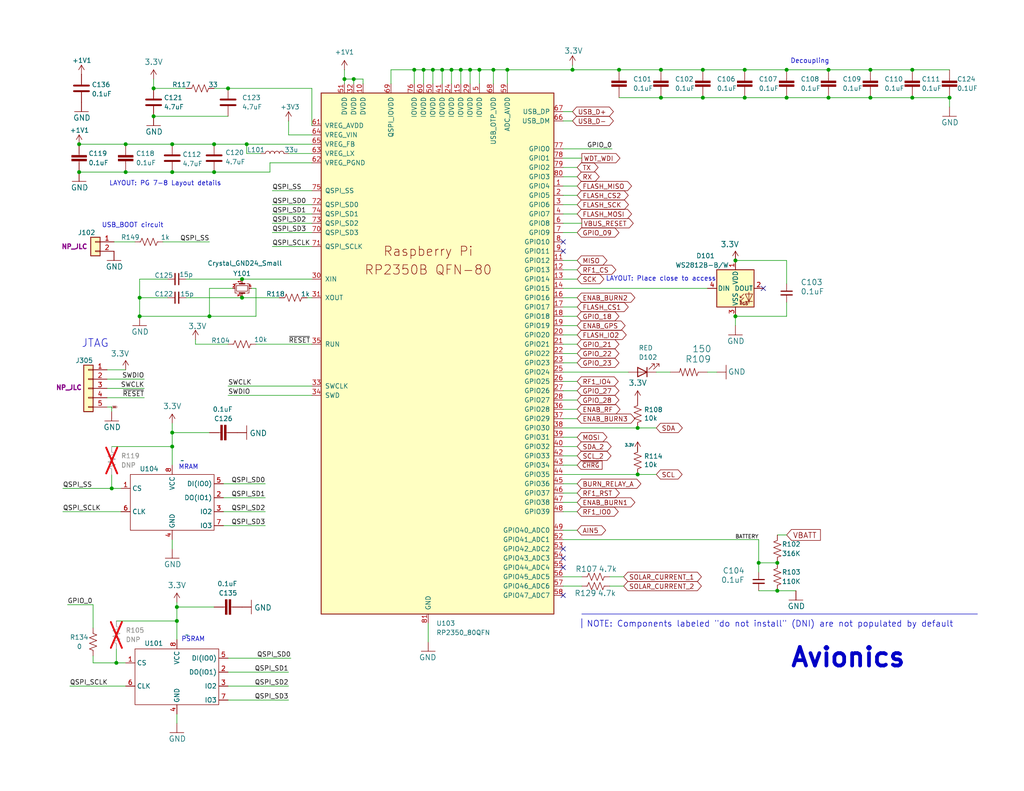
<source format=kicad_sch>
(kicad_sch (version 20231120) (generator "eeschema") (generator_version "8.0")
  (paper "USLetter")
  (title_block (title "Obi Wan Computer") (date "2024-06-07") (rev "1") (company "Luke Titi, Ruchir Kavulli, Michael Lyle") (comment 1 "Derived from PyCubed Mainboard v5"))
  (junction (at 191.77 19.05))
  (junction (at 138.43 19.05))
  (junction (at 128.27 19.05))
  (junction (at 58.42 39.37))
  (junction (at 134.62 19.05))
  (junction (at 226.06 26.67))
  (junction (at 180.34 19.05))
  (junction (at 118.11 19.05))
  (junction (at 173.99 129.54))
  (junction (at 130.81 19.05))
  (junction (at 207.01 153.67))
  (junction (at 237.49 19.05))
  (junction (at 66.04 81.28))
  (junction (at 168.91 19.05))
  (junction (at 203.2 26.67))
  (junction (at 46.99 118.11))
  (junction (at 30.48 133.35))
  (junction (at 46.99 46.99))
  (junction (at 58.42 46.99))
  (junction (at 113.03 19.05))
  (junction (at 38.1 81.28))
  (junction (at 46.99 39.37))
  (junction (at 67.31 39.37))
  (junction (at 96.52 21.59))
  (junction (at 34.29 46.99))
  (junction (at 38.1 86.36))
  (junction (at 191.77 26.67))
  (junction (at 259.08 26.67))
  (junction (at 200.66 71.12))
  (junction (at 173.99 116.84))
  (junction (at 93.98 21.59))
  (junction (at 125.73 19.05))
  (junction (at 21.59 39.37))
  (junction (at 41.91 24.13))
  (junction (at 48.26 169.545))
  (junction (at 120.65 19.05))
  (junction (at 180.34 26.67))
  (junction (at 31.75 180.975))
  (junction (at 115.57 19.05))
  (junction (at 214.63 26.67))
  (junction (at 41.91 31.75))
  (junction (at 212.09 153.67))
  (junction (at 214.63 19.05))
  (junction (at 66.04 76.2))
  (junction (at 226.06 19.05))
  (junction (at 200.66 86.36))
  (junction (at 34.29 39.37))
  (junction (at 248.92 26.67))
  (junction (at 212.09 161.29))
  (junction (at 123.19 19.05))
  (junction (at 21.59 46.99))
  (junction (at 62.23 24.13))
  (junction (at 57.15 86.36))
  (junction (at 203.2 19.05))
  (junction (at 48.26 165.735))
  (junction (at 237.49 26.67))
  (junction (at 46.99 121.92))
  (junction (at 248.92 19.05))
  (junction (at 156.21 19.05))
  (no_connect (at 153.67 154.94))
  (no_connect (at 153.67 162.56))
  (no_connect (at 153.67 66.04))
  (no_connect (at 153.67 152.4))
  (no_connect (at 153.67 149.86))
  (no_connect (at 153.67 68.58))
  (no_connect (at 208.28 78.74))
  (wire (pts (xy 153.67 81.28) (xy 157.48 81.28)))
  (wire (pts (xy 46.99 118.11) (xy 46.99 121.92)))
  (wire (pts (xy 153.67 50.8) (xy 157.48 50.8)))
  (wire (pts (xy 156.21 17.78) (xy 156.21 19.05)))
  (wire (pts (xy 153.67 137.16) (xy 157.48 137.16)))
  (wire (pts (xy 153.67 78.74) (xy 193.04 78.74)))
  (wire (pts (xy 173.99 121.92) (xy 173.99 123.19)))
  (wire (pts (xy 62.23 107.95) (xy 85.09 107.95)))
  (wire (pts (xy 85.09 34.29) (xy 85.09 24.13)))
  (wire (pts (xy 203.2 19.05) (xy 214.63 19.05)))
  (wire (pts (xy 123.19 19.05) (xy 125.73 19.05)))
  (wire (pts (xy 34.29 100.965) (xy 29.21 100.965)))
  (wire (pts (xy 17.145 133.35) (xy 30.48 133.35)))
  (wire (pts (xy 57.15 86.36) (xy 69.85 86.36)))
  (wire (pts (xy 99.06 21.59) (xy 96.52 21.59)))
  (wire (pts (xy 134.62 22.86) (xy 134.62 19.05)))
  (wire (pts (xy 41.91 31.75) (xy 62.23 31.75)))
  (wire (pts (xy 73.66 44.45) (xy 85.09 44.45)))
  (wire (pts (xy 118.11 19.05) (xy 120.65 19.05)))
  (wire (pts (xy 85.09 24.13) (xy 62.23 24.13)))
  (wire (pts (xy 153.67 99.06) (xy 157.48 99.06)))
  (wire (pts (xy 62.23 187.325) (xy 78.74 187.325)))
  (wire (pts (xy 62.23 191.135) (xy 78.74 191.135)))
  (wire (pts (xy 214.63 82.55) (xy 214.63 86.36)))
  (wire (pts (xy 46.99 39.37) (xy 58.42 39.37)))
  (wire (pts (xy 153.67 30.48) (xy 156.21 30.48)))
  (wire (pts (xy 153.67 106.68) (xy 157.48 106.68)))
  (wire (pts (xy 53.34 93.98) (xy 62.23 93.98)))
  (wire (pts (xy 17.145 139.7) (xy 33.02 139.7)))
  (wire (pts (xy 153.67 43.18) (xy 158.75 43.18)))
  (wire (pts (xy 78.74 41.91) (xy 85.09 41.91)))
  (wire (pts (xy 30.48 129.54) (xy 30.48 133.35)))
  (wire (pts (xy 30.48 121.92) (xy 46.99 121.92)))
  (wire (pts (xy 62.23 179.705) (xy 79.375 179.705)))
  (wire (pts (xy 46.99 46.99) (xy 58.42 46.99)))
  (wire (pts (xy 214.63 26.67) (xy 226.06 26.67)))
  (wire (pts (xy 153.67 91.44) (xy 157.48 91.44)))
  (wire (pts (xy 153.67 53.34) (xy 157.48 53.34)))
  (wire (pts (xy 69.85 86.36) (xy 69.85 78.74)))
  (wire (pts (xy 153.67 63.5) (xy 157.48 63.5)))
  (wire (pts (xy 74.295 52.07) (xy 85.09 52.07)))
  (wire (pts (xy 48.26 165.735) (xy 48.26 169.545)))
  (wire (pts (xy 153.67 40.64) (xy 167.005 40.64)))
  (wire (pts (xy 226.06 26.67) (xy 237.49 26.67)))
  (wire (pts (xy 166.37 160.02) (xy 170.18 160.02)))
  (wire (pts (xy 30.48 112.395) (xy 30.48 111.125)))
  (wire (pts (xy 18.415 165.1) (xy 25.4 165.1)))
  (wire (pts (xy 125.73 22.86) (xy 125.73 19.05)))
  (wire (pts (xy 153.67 119.38) (xy 157.48 119.38)))
  (wire (pts (xy 115.57 19.05) (xy 115.57 22.86)))
  (wire (pts (xy 67.31 39.37) (xy 85.09 39.37)))
  (wire (pts (xy 153.67 129.54) (xy 173.99 129.54)))
  (wire (pts (xy 214.63 71.12) (xy 200.66 71.12)))
  (wire (pts (xy 123.19 22.86) (xy 123.19 19.05)))
  (wire (pts (xy 214.63 146.05) (xy 212.09 146.05)))
  (wire (pts (xy 60.96 135.89) (xy 72.39 135.89)))
  (wire (pts (xy 31.75 180.975) (xy 34.29 180.975)))
  (wire (pts (xy 38.1 86.36) (xy 57.15 86.36)))
  (wire (pts (xy 66.04 81.28) (xy 76.2 81.28)))
  (wire (pts (xy 38.1 76.2) (xy 38.1 81.28)))
  (wire (pts (xy 21.59 39.37) (xy 34.29 39.37)))
  (wire (pts (xy 212.09 153.67) (xy 207.01 153.67)))
  (wire (pts (xy 153.67 83.82) (xy 157.48 83.82)))
  (wire (pts (xy 214.63 71.12) (xy 214.63 77.47)))
  (wire (pts (xy 50.8 76.2) (xy 66.04 76.2)))
  (wire (pts (xy 30.48 111.125) (xy 29.21 111.125)))
  (wire (pts (xy 41.91 24.13) (xy 50.8 24.13)))
  (wire (pts (xy 30.48 133.35) (xy 33.02 133.35)))
  (wire (pts (xy 68.58 78.74) (xy 69.85 78.74)))
  (wire (pts (xy 128.27 19.05) (xy 130.81 19.05)))
  (wire (pts (xy 96.52 21.59) (xy 93.98 21.59)))
  (wire (pts (xy 166.37 157.48) (xy 170.18 157.48)))
  (wire (pts (xy 153.67 88.9) (xy 157.48 88.9)))
  (wire (pts (xy 74.295 55.88) (xy 85.09 55.88)))
  (wire (pts (xy 38.1 81.28) (xy 38.1 86.36)))
  (wire (pts (xy 203.2 26.67) (xy 214.63 26.67)))
  (wire (pts (xy 173.99 116.84) (xy 179.07 116.84)))
  (wire (pts (xy 153.67 45.72) (xy 157.48 45.72)))
  (wire (pts (xy 153.67 33.02) (xy 156.21 33.02)))
  (wire (pts (xy 226.06 19.05) (xy 237.49 19.05)))
  (wire (pts (xy 53.34 92.71) (xy 53.34 93.98)))
  (wire (pts (xy 180.34 26.67) (xy 191.77 26.67)))
  (wire (pts (xy 25.4 180.975) (xy 31.75 180.975)))
  (wire (pts (xy 153.67 160.02) (xy 158.75 160.02)))
  (wire (pts (xy 21.59 46.99) (xy 34.29 46.99)))
  (wire (pts (xy 19.05 187.325) (xy 34.29 187.325)))
  (wire (pts (xy 31.75 177.165) (xy 31.75 180.975)))
  (wire (pts (xy 153.67 121.92) (xy 157.48 121.92)))
  (wire (pts (xy 191.77 26.67) (xy 203.2 26.67)))
  (wire (pts (xy 134.62 19.05) (xy 138.43 19.05)))
  (wire (pts (xy 93.98 21.59) (xy 93.98 22.86)))
  (wire (pts (xy 48.26 164.465) (xy 48.26 165.735)))
  (wire (pts (xy 74.295 60.96) (xy 85.09 60.96)))
  (wire (pts (xy 48.26 169.545) (xy 48.26 174.625)))
  (wire (pts (xy 153.67 147.32) (xy 207.01 147.32)))
  (wire (pts (xy 31.75 169.545) (xy 48.26 169.545)))
  (wire (pts (xy 99.06 22.86) (xy 99.06 21.59)))
  (wire (pts (xy 60.96 139.7) (xy 72.39 139.7)))
  (wire (pts (xy 69.85 93.98) (xy 85.09 93.98)))
  (wire (pts (xy 113.03 19.05) (xy 113.03 22.86)))
  (wire (pts (xy 156.21 19.05) (xy 168.91 19.05)))
  (wire (pts (xy 38.1 81.28) (xy 45.72 81.28)))
  (wire (pts (xy 153.67 76.2) (xy 157.48 76.2)))
  (wire (pts (xy 153.67 73.66) (xy 157.48 73.66)))
  (wire (pts (xy 50.8 81.28) (xy 66.04 81.28)))
  (wire (pts (xy 237.49 19.05) (xy 248.92 19.05)))
  (wire (pts (xy 259.08 26.67) (xy 259.08 29.21)))
  (wire (pts (xy 34.29 39.37) (xy 46.99 39.37)))
  (polyline (pts (xy 158.75 171.45) (xy 158.75 168.91)))
  (wire (pts (xy 93.98 19.05) (xy 93.98 21.59)))
  (wire (pts (xy 153.67 134.62) (xy 157.48 134.62)))
  (wire (pts (xy 66.04 76.2) (xy 85.09 76.2)))
  (wire (pts (xy 106.68 19.05) (xy 113.03 19.05)))
  (wire (pts (xy 58.42 39.37) (xy 67.31 39.37)))
  (wire (pts (xy 29.21 108.585) (xy 39.37 108.585)))
  (wire (pts (xy 41.91 21.59) (xy 41.91 24.13)))
  (wire (pts (xy 31.115 66.04) (xy 36.83 66.04)))
  (wire (pts (xy 34.29 46.99) (xy 46.99 46.99)))
  (wire (pts (xy 153.67 157.48) (xy 158.75 157.48)))
  (wire (pts (xy 179.07 101.6) (xy 182.88 101.6)))
  (wire (pts (xy 153.67 144.78) (xy 157.48 144.78)))
  (wire (pts (xy 207.01 156.21) (xy 207.01 153.67)))
  (wire (pts (xy 46.99 115.57) (xy 46.99 118.11)))
  (wire (pts (xy 67.31 41.91) (xy 67.31 39.37)))
  (wire (pts (xy 217.17 161.29) (xy 212.09 161.29)))
  (wire (pts (xy 58.42 24.13) (xy 62.23 24.13)))
  (wire (pts (xy 248.92 26.67) (xy 259.08 26.67)))
  (wire (pts (xy 62.23 105.41) (xy 85.09 105.41)))
  (wire (pts (xy 62.23 183.515) (xy 78.74 183.515)))
  (wire (pts (xy 73.66 44.45) (xy 73.66 46.99)))
  (polyline (pts (xy 158.75 167.64) (xy 266.7 167.64)))
  (wire (pts (xy 46.99 147.32) (xy 46.99 149.86)))
  (wire (pts (xy 168.91 19.05) (xy 180.34 19.05)))
  (wire (pts (xy 48.26 165.735) (xy 58.42 165.735)))
  (wire (pts (xy 153.67 60.96) (xy 158.75 60.96)))
  (wire (pts (xy 130.81 19.05) (xy 134.62 19.05)))
  (wire (pts (xy 173.99 129.54) (xy 179.07 129.54)))
  (wire (pts (xy 153.67 86.36) (xy 157.48 86.36)))
  (wire (pts (xy 73.66 46.99) (xy 58.42 46.99)))
  (wire (pts (xy 168.91 26.67) (xy 180.34 26.67)))
  (wire (pts (xy 74.295 63.5) (xy 85.09 63.5)))
  (wire (pts (xy 125.73 19.05) (xy 128.27 19.05)))
  (wire (pts (xy 44.45 66.04) (xy 57.15 66.04)))
  (wire (pts (xy 118.11 19.05) (xy 118.11 22.86)))
  (wire (pts (xy 60.96 132.08) (xy 72.39 132.08)))
  (wire (pts (xy 191.77 19.05) (xy 203.2 19.05)))
  (wire (pts (xy 153.67 111.76) (xy 157.48 111.76)))
  (wire (pts (xy 57.15 78.74) (xy 57.15 86.36)))
  (wire (pts (xy 153.67 139.7) (xy 157.48 139.7)))
  (wire (pts (xy 153.67 114.3) (xy 157.48 114.3)))
  (wire (pts (xy 193.04 101.6) (xy 195.58 101.6)))
  (wire (pts (xy 46.99 118.11) (xy 57.15 118.11)))
  (wire (pts (xy 25.4 179.07) (xy 25.4 180.975)))
  (wire (pts (xy 153.67 58.42) (xy 157.48 58.42)))
  (wire (pts (xy 207.01 153.67) (xy 207.01 147.32)))
  (wire (pts (xy 207.01 161.29) (xy 212.09 161.29)))
  (wire (pts (xy 128.27 22.86) (xy 128.27 19.05)))
  (wire (pts (xy 74.295 67.31) (xy 85.09 67.31)))
  (wire (pts (xy 248.92 19.05) (xy 259.08 19.05)))
  (wire (pts (xy 113.03 19.05) (xy 115.57 19.05)))
  (wire (pts (xy 153.67 48.26) (xy 157.48 48.26)))
  (wire (pts (xy 153.67 127) (xy 157.48 127)))
  (wire (pts (xy 106.68 22.86) (xy 106.68 19.05)))
  (wire (pts (xy 153.67 71.12) (xy 157.48 71.12)))
  (wire (pts (xy 85.09 81.28) (xy 83.82 81.28)))
  (wire (pts (xy 180.34 19.05) (xy 191.77 19.05)))
  (wire (pts (xy 214.63 86.36) (xy 200.66 86.36)))
  (wire (pts (xy 115.57 19.05) (xy 118.11 19.05)))
  (wire (pts (xy 153.67 104.14) (xy 157.48 104.14)))
  (wire (pts (xy 214.63 19.05) (xy 226.06 19.05)))
  (wire (pts (xy 96.52 21.59) (xy 96.52 22.86)))
  (wire (pts (xy 153.67 96.52) (xy 157.48 96.52)))
  (wire (pts (xy 153.67 109.22) (xy 157.48 109.22)))
  (wire (pts (xy 138.43 19.05) (xy 138.43 22.86)))
  (wire (pts (xy 29.21 106.045) (xy 39.37 106.045)))
  (wire (pts (xy 46.99 121.92) (xy 46.99 127)))
  (wire (pts (xy 153.67 116.84) (xy 173.99 116.84)))
  (wire (pts (xy 60.96 143.51) (xy 72.39 143.51)))
  (wire (pts (xy 116.84 170.18) (xy 116.84 175.26)))
  (wire (pts (xy 153.67 132.08) (xy 157.48 132.08)))
  (wire (pts (xy 237.49 26.67) (xy 248.92 26.67)))
  (wire (pts (xy 48.26 194.945) (xy 48.26 197.485)))
  (wire (pts (xy 74.295 58.42) (xy 85.09 58.42)))
  (wire (pts (xy 200.66 86.36) (xy 200.66 88.9)))
  (wire (pts (xy 57.15 78.74) (xy 63.5 78.74)))
  (wire (pts (xy 153.67 101.6) (xy 171.45 101.6)))
  (wire (pts (xy 25.4 165.1) (xy 25.4 171.45)))
  (wire (pts (xy 120.65 19.05) (xy 120.65 22.86)))
  (wire (pts (xy 130.81 22.86) (xy 130.81 19.05)))
  (wire (pts (xy 78.74 36.83) (xy 78.74 33.02)))
  (wire (pts (xy 138.43 19.05) (xy 156.21 19.05)))
  (wire (pts (xy 38.1 76.2) (xy 45.72 76.2)))
  (wire (pts (xy 153.67 124.46) (xy 157.48 124.46)))
  (wire (pts (xy 71.12 41.91) (xy 67.31 41.91)))
  (wire (pts (xy 153.67 93.98) (xy 157.48 93.98)))
  (wire (pts (xy 29.21 103.505) (xy 39.37 103.505)))
  (wire (pts (xy 85.09 36.83) (xy 78.74 36.83)))
  (wire (pts (xy 153.67 55.88) (xy 157.48 55.88)))
  (wire (pts (xy 120.65 19.05) (xy 123.19 19.05)))
  (text "PSRAM" (at 52.705 174.625 0) (effects (font (size 1.27 1.27))))
  (text "MRAM" (at 51.435 127.635 0) (effects (font (size 1.27 1.27))))
  (text "JTAG" (at 29.718 95.123 0) (effects (font (size 2.159 2.159)) (justify right bottom)))
  (text "NOTE: Components labeled \"do not install\" (DNI) are not populated by default" (at 160.02 171.45 0) (effects (font (size 1.651 1.651)) (justify left bottom)))
  (text "Avionics" (at 215.392 182.626 0) (effects (font (size 5.08 5.08) (thickness 1.016) (bold yes)) (justify left bottom)))
  (text "LAYOUT: PG 7-8 Layout details\n" (at 45.085 50.165 0) (effects (font (size 1.27 1.27))))
  (text "LAYOUT: Place close to access" (at 180.34 76.2 0) (effects (font (size 1.27 1.27))))
  (text "USB_BOOT circuit" (at 36.195 61.595 0) (effects (font (size 1.27 1.27))))
  (text "Decoupling" (at 220.98 16.764 0) (effects (font (size 1.27 1.27))))
  (label "QSPI_SD0" (at 79.375 179.705 180))
  (label "QSPI_SCLK" (at 74.295 67.31 0))
  (label "QSPI_SD1" (at 74.295 58.42 0))
  (label "QSPI_SCLK" (at 19.05 187.325 0))
  (label "SWCLK" (at 39.37 106.045 180))
  (label "QSPI_SCLK" (at 17.145 139.7 0))
  (label "QSPI_SS" (at 17.145 133.35 0))
  (label "QSPI_SD2" (at 78.74 187.325 180))
  (label "QSPI_SD0" (at 72.39 132.08 180))
  (label "QSPI_SS" (at 74.295 52.07 0))
  (label "QSPI_SD2" (at 72.39 139.7 180))
  (label "QSPI_SD3" (at 74.295 63.5 0))
  (label "QSPI_SD3" (at 72.39 143.51 180))
  (label "GPIO_0" (at 18.415 165.1 0))
  (label "BATTERY" (at 207.01 147.32 180) (effects (font (size 1.016 1.016))))
  (label "QSPI_SD2" (at 74.295 60.96 0))
  (label "SWDIO" (at 39.37 103.505 180))
  (label "QSPI_SD1" (at 78.74 183.515 180))
  (label "~{RESET}" (at 78.74 93.98 0))
  (label "GPIO_0" (at 167.005 40.64 180))
  (label "SWCLK" (at 62.23 105.41 0))
  (label "~{RESET}" (at 39.37 108.585 180))
  (label "QSPI_SD3" (at 78.74 191.135 180))
  (label "SWDIO" (at 62.23 107.95 0))
  (label "QSPI_SD0" (at 74.295 55.88 0))
  (label "QSPI_SS" (at 57.15 66.04 180))
  (label "QSPI_SD1" (at 72.39 135.89 180))
  (global_label "RF1_CS" (shape bidirectional) (at 157.48 73.66 0) (property "Intersheetrefs" "${INTERSHEET_REFS}" (effects (hide yes))))
  (global_label "FLASH_CS1" (shape bidirectional) (at 157.48 83.82 0) (property "Intersheetrefs" "${INTERSHEET_REFS}" (effects (hide yes))))
  (global_label "TX" (shape bidirectional) (at 157.48 45.72 0) (property "Intersheetrefs" "${INTERSHEET_REFS}" (effects (hide yes))))
  (global_label "GPIO_21" (shape bidirectional) (at 157.48 93.98 0) (property "Intersheetrefs" "${INTERSHEET_REFS}" (effects (hide yes))))
  (global_label "~{CHRG}" (shape input) (at 157.48 127 0) (effects (font (size 1.143 1.143))) (property "Intersheetrefs" "${INTERSHEET_REFS}" (effects (hide yes))))
  (global_label "FLASH_CS2" (shape bidirectional) (at 157.48 53.34 0) (property "Intersheetrefs" "${INTERSHEET_REFS}" (effects (hide yes))))
  (global_label "RF1_IO4" (shape bidirectional) (at 157.48 104.14 0) (property "Intersheetrefs" "${INTERSHEET_REFS}" (effects (hide yes))))
  (global_label "WDT_WDI" (shape output) (at 158.75 43.18 0) (property "Intersheetrefs" "${INTERSHEET_REFS}" (effects (hide yes))))
  (global_label "AIN5" (shape bidirectional) (at 157.48 144.78 0) (property "Intersheetrefs" "${INTERSHEET_REFS}" (effects (hide yes))))
  (global_label "GPIO_18" (shape bidirectional) (at 157.48 86.36 0) (property "Intersheetrefs" "${INTERSHEET_REFS}" (effects (hide yes))))
  (global_label "RF1_IO0" (shape bidirectional) (at 157.48 139.7 0) (property "Intersheetrefs" "${INTERSHEET_REFS}" (effects (hide yes))))
  (global_label "GND" (shape bidirectional) (at 30.48 111.125 0) (effects (font (size 0.254 0.254))) (property "Intersheetrefs" "${INTERSHEET_REFS}" (effects (hide yes))))
  (global_label "RF1_RST" (shape bidirectional) (at 157.48 134.62 0) (property "Intersheetrefs" "${INTERSHEET_REFS}" (effects (hide yes))))
  (global_label "SCL" (shape bidirectional) (at 179.07 129.54 0) (property "Intersheetrefs" "${INTERSHEET_REFS}" (effects (hide yes))))
  (global_label "VBUS_RESET" (shape output) (at 158.75 60.96 0) (property "Intersheetrefs" "${INTERSHEET_REFS}" (effects (hide yes))))
  (global_label "FLASH_MISO" (shape bidirectional) (at 157.48 50.8 0) (property "Intersheetrefs" "${INTERSHEET_REFS}" (effects (hide yes))))
  (global_label "ENAB_BURN1" (shape bidirectional) (at 157.48 137.16 0) (property "Intersheetrefs" "${INTERSHEET_REFS}" (effects (hide yes))))
  (global_label "SCK" (shape bidirectional) (at 157.48 76.2 0) (property "Intersheetrefs" "${INTERSHEET_REFS}" (effects (hide yes))))
  (global_label "GPIO_27" (shape bidirectional) (at 157.48 106.68 0) (property "Intersheetrefs" "${INTERSHEET_REFS}" (effects (hide yes))))
  (global_label "GPIO_28" (shape bidirectional) (at 157.48 109.22 0) (property "Intersheetrefs" "${INTERSHEET_REFS}" (effects (hide yes))))
  (global_label "FLASH_MOSI" (shape bidirectional) (at 157.48 58.42 0) (property "Intersheetrefs" "${INTERSHEET_REFS}" (effects (hide yes))))
  (global_label "SOLAR_CURRENT_2" (shape bidirectional) (at 170.18 160.02 0) (property "Intersheetrefs" "${INTERSHEET_REFS}" (effects (hide yes))))
  (global_label "SDA" (shape bidirectional) (at 179.07 116.84 0) (property "Intersheetrefs" "${INTERSHEET_REFS}" (effects (hide yes))))
  (global_label "GPIO_09" (shape bidirectional) (at 157.48 63.5 0) (property "Intersheetrefs" "${INTERSHEET_REFS}" (effects (hide yes))))
  (global_label "SCL_2" (shape bidirectional) (at 157.48 124.46 0) (property "Intersheetrefs" "${INTERSHEET_REFS}" (effects (hide yes))))
  (global_label "USB_D+" (shape bidirectional) (at 156.21 30.48 0) (property "Intersheetrefs" "${INTERSHEET_REFS}" (effects (hide yes))))
  (global_label "RX" (shape bidirectional) (at 157.48 48.26 0) (property "Intersheetrefs" "${INTERSHEET_REFS}" (effects (hide yes))))
  (global_label "SOLAR_CURRENT_1" (shape bidirectional) (at 170.18 157.48 0) (property "Intersheetrefs" "${INTERSHEET_REFS}" (effects (hide yes))))
  (global_label "FLASH_IO2" (shape bidirectional) (at 157.48 91.44 0) (property "Intersheetrefs" "${INTERSHEET_REFS}" (effects (hide yes))))
  (global_label "BURN_RELAY_A" (shape bidirectional) (at 157.48 132.08 0) (property "Intersheetrefs" "${INTERSHEET_REFS}" (effects (hide yes))))
  (global_label "MISO" (shape bidirectional) (at 157.48 71.12 0) (property "Intersheetrefs" "${INTERSHEET_REFS}" (effects (hide yes))))
  (global_label "MOSI" (shape bidirectional) (at 157.48 119.38 0) (property "Intersheetrefs" "${INTERSHEET_REFS}" (effects (hide yes))))
  (global_label "GPIO_22" (shape bidirectional) (at 157.48 96.52 0) (property "Intersheetrefs" "${INTERSHEET_REFS}" (effects (hide yes))))
  (global_label "SDA_2" (shape bidirectional) (at 157.48 121.92 0) (property "Intersheetrefs" "${INTERSHEET_REFS}" (effects (hide yes))))
  (global_label "ENAB_RF" (shape bidirectional) (at 157.48 111.76 0) (property "Intersheetrefs" "${INTERSHEET_REFS}" (effects (hide yes))))
  (global_label "ENAB_BURN2" (shape bidirectional) (at 157.48 81.28 0) (property "Intersheetrefs" "${INTERSHEET_REFS}" (effects (hide yes))))
  (global_label "VBATT" (shape input) (at 214.63 146.05 0) (effects (font (size 1.4986 1.4986))) (property "Intersheetrefs" "${INTERSHEET_REFS}" (effects (hide yes))))
  (global_label "USB_D-" (shape bidirectional) (at 156.21 33.02 0) (property "Intersheetrefs" "${INTERSHEET_REFS}" (effects (hide yes))))
  (global_label "FLASH_SCK" (shape bidirectional) (at 157.48 55.88 0) (property "Intersheetrefs" "${INTERSHEET_REFS}" (effects (hide yes))))
  (global_label "GPIO_23" (shape bidirectional) (at 157.48 99.06 0) (property "Intersheetrefs" "${INTERSHEET_REFS}" (effects (hide yes))))
  (global_label "ENAB_BURN3" (shape bidirectional) (at 157.48 114.3 0) (property "Intersheetrefs" "${INTERSHEET_REFS}" (effects (hide yes))))
  (global_label "ENAB_GPS" (shape bidirectional) (at 157.48 88.9 0) (property "Intersheetrefs" "${INTERSHEET_REFS}" (effects (hide yes))))
  (symbol (lib_id "Device:R_US") (at 212.09 149.86 0) (mirror y) (unit 1)
    (property "Reference" "R102" (at 215.9 148.59 0))
    (property "Value" "316K" (at 215.9 151.13 0))
    (property "Footprint" "Resistor_SMD:R_0603_1608Metric" (effects (hide yes)))
    (property "Description" "316K 0603" (effects (hide yes)))
    (property "LCSC" "C25814" (effects (hide yes)))
  )
  (symbol (lib_id "Device:R_US") (at 212.09 157.48 0) (mirror x) (unit 1)
    (property "Reference" "R103" (at 215.9 156.21 0))
    (property "Value" "110K" (at 215.9 158.75 0))
    (property "Footprint" "Resistor_SMD:R_0603_1608Metric" (effects (hide yes)))
    (property "Description" "110K 0603" (effects (hide yes)))
    (property "LCSC" "C137807" (effects (hide yes)))
    (property "Manufacturer_Name" " YAGEO" (effects (hide yes)))
    (property "Manufacturer_Part_Number" " RC0603FR-07110KL" (effects (hide yes)))
  )
  (symbol (lib_id "mainboard:GND") (at 200.66 91.44 0) (mirror y) (unit 1)
    (property "Reference" "#GND0103" (effects (hide yes)))
    (property "Value" "GND" (at 203.2 93.98 0) (effects (font (size 1.4986 1.4986)) (justify left bottom)))
  )
  (symbol (lib_id "mainboard:C_Small") (at 207.01 158.75 0) (unit 1)
    (property "Reference" "C104" (at 203.2 154.94 0) (effects (font (size 1.4986 1.4986)) (justify right top)))
    (property "Value" "0.1uF" (at 203.2 157.48 0) (effects (font (size 1.4986 1.4986)) (justify right top)))
    (property "Footprint" "Capacitor_SMD:C_0603_1608Metric" (effects (hide yes)))
    (property "Description" "50V 100nF X7R ±10% 0603" (effects (hide yes)))
    (property "LCSC" "C1591" (effects (hide yes)))
    (property "Manufacturer_Name" " Samsung Electro-Mechanics" (effects (hide yes)))
    (property "Manufacturer_Part_Number" " CL10B104KB8NNNC" (effects (hide yes)))
  )
  (symbol (lib_id "Device:R_US") (at 173.99 113.03 0) (mirror y) (unit 1)
    (property "Reference" "R108" (at 175.7172 111.8616 0) (effects (justify right)))
    (property "Value" "10k" (at 175.7172 114.173 0) (effects (justify right)))
    (property "Footprint" "Resistor_SMD:R_0603_1608Metric" (effects (hide yes)))
    (property "Description" "10k 0603" (effects (hide yes)))
    (property "LCSC" "C169849" (effects (hide yes)))
    (property "Manufacturer_Name" "PANASONIC" (effects (hide yes)))
    (property "Manufacturer_Part_Number" "ERJ3GEYJ103V" (effects (hide yes)))
  )
  (symbol (lib_id "Device:R_US") (at 173.99 125.73 0) (mirror y) (unit 1)
    (property "Reference" "R114" (at 175.7172 124.5616 0) (effects (justify right)))
    (property "Value" "10k" (at 175.7172 126.873 0) (effects (justify right)))
    (property "Footprint" "Resistor_SMD:R_0603_1608Metric" (effects (hide yes)))
    (property "Description" "10k 0603" (effects (hide yes)))
    (property "LCSC" "C169849" (effects (hide yes)))
    (property "Manufacturer_Name" "PANASONIC" (effects (hide yes)))
    (property "Manufacturer_Part_Number" "ERJ3GEYJ103V" (effects (hide yes)))
  )
  (symbol (lib_id "LED:WS2812B") (at 200.66 78.74 0) (unit 1)
    (property "Reference" "D101" (at 195.072 69.85 0) (effects (justify right)))
    (property "Value" "WS2812B-B/W" (at 198.882 72.39 0) (effects (justify right)))
    (property "Footprint" "LED_SMD:LED_WS2812B_PLCC4_5.0x5.0mm_P3.2mm" (effects (hide yes)))
    (property "Datasheet" "https://cdn-shop.adafruit.com/datasheets/WS2812B.pdf" (effects (hide yes)))
    (property "Description" "12mA RGB 120° 5V SMD5050" (effects (hide yes)))
    (property "Flight" "WS2812B-B" (effects (hide yes)))
    (property "Manufacturer_Name" "Worldsemi" (effects (hide yes)))
    (property "Manufacturer_Part_Number" " WS2812B-B/W" (effects (hide yes)))
    (property "Proto" "WS2812B-B" (effects (hide yes)))
    (property "LCSC" "C114586" (effects (hide yes)))
  )
  (symbol (lib_id "mainboard:3.3V") (at 200.66 71.12 0) (mirror y) (unit 1)
    (property "Reference" "#SUPPLY0101" (effects (hide yes)))
    (property "Value" "3.3V" (at 201.676 67.564 0) (effects (font (size 1.4986 1.4986)) (justify left bottom)))
  )
  (symbol (lib_id "mainboard:3.3V") (at 173.99 109.22 0) (unit 1)
    (property "Reference" "#SUPPLY0106" (effects (hide yes)))
    (property "Value" "3.3V" (at 171.45 105.41 0) (effects (font (size 1.4986 1.4986)) (justify left bottom)))
  )
  (symbol (lib_id "mainboard:C_Small") (at 214.63 80.01 0) (mirror y) (unit 1)
    (property "Reference" "C103" (at 218.44 76.2 0) (effects (font (size 1.4986 1.4986)) (justify right top)))
    (property "Value" "0.1uF" (at 218.44 78.74 0) (effects (font (size 1.4986 1.4986)) (justify right top)))
    (property "Footprint" "Capacitor_SMD:C_0603_1608Metric" (effects (hide yes)))
    (property "Description" "50V 100nF X7R ±10% 0603" (effects (hide yes)))
    (property "LCSC" "C1591" (effects (hide yes)))
    (property "Manufacturer_Name" " Samsung Electro-Mechanics" (effects (hide yes)))
    (property "Manufacturer_Part_Number" " CL10B104KB8NNNC" (effects (hide yes)))
  )
  (symbol (lib_id "mainboard:3.3V") (at 173.99 123.19 0) (unit 1)
    (property "Reference" "#SUPPLY0107" (effects (hide yes)))
    (property "Value" "3.3V" (at 170.434 121.92 0) (effects (font (size 0.762 0.762)) (justify left bottom)))
  )
  (symbol (lib_id "Device:R_US") (at 162.56 157.48 270) (unit 1)
    (property "Reference" "R107" (at 156.972 156.21 90) (effects (font (size 1.4986 1.4986)) (justify left bottom)))
    (property "Value" "4.7k" (at 163.322 156.21 90) (effects (font (size 1.4986 1.4986)) (justify left bottom)))
    (property "Footprint" "Resistor_SMD:R_0603_1608Metric" (effects (hide yes)))
    (property "Description" "Resistor, US symbol" (effects (hide yes)))
    (property "LCSC" "C23162" (effects (hide yes)))
    (property "Manufacturer_Name" " UNI-ROYAL(Uniroyal Elec)" (effects (hide yes)))
    (property "Manufacturer_Part_Number" " 0603WAF4701T5E" (effects (hide yes)))
  )
  (symbol (lib_id "Device:C") (at 41.91 27.94 0) (unit 1)
    (property "Reference" "C121" (at 44.704 26.67 0) (effects (justify left)))
    (property "Value" "4.7uF" (at 44.704 29.21 0) (effects (justify left)))
    (property "Footprint" "Capacitor_SMD:C_0603_1608Metric" (effects (hide yes)))
    (property "Description" "Unpolarized capacitor" (effects (hide yes)))
    (property "LCSC" "C1705" (effects (hide yes)))
  )
  (symbol (lib_id "Device:C") (at 58.42 43.18 0) (unit 1)
    (property "Reference" "C120" (at 61.468 41.656 0) (effects (justify left)))
    (property "Value" "4.7uF" (at 61.468 44.196 0) (effects (justify left)))
    (property "Footprint" "Capacitor_SMD:C_0603_1608Metric" (effects (hide yes)))
    (property "Description" "Unpolarized capacitor" (effects (hide yes)))
    (property "LCSC" "C1705" (effects (hide yes)))
  )
  (symbol (lib_id "power:+3V3") (at 78.74 33.02 0) (unit 1)
    (property "Reference" "#PWR0102" (effects (hide yes)))
    (property "Value" "+3V3" (at 76.454 29.21 0) (effects (justify left)))
    (property "Description" "Power symbol creates a global label with name \"+3V3\"" (effects (hide yes)))
  )
  (symbol (lib_id "mainboard:GND") (at 41.91 34.29 0) (mirror y) (unit 1)
    (property "Reference" "#GND0134" (effects (hide yes)))
    (property "Value" "GND" (at 44.45 36.83 0) (effects (font (size 1.4986 1.4986)) (justify left bottom)))
  )
  (symbol (lib_id "mram_wson:MRAM_WSON") (at 64.77 146.05 0) (unit 1)
    (property "Reference" "U104" (at 38.1 128.016 0) (effects (justify left)))
    (property "Value" "~" (at 49.1841 125.73 0) (effects (justify left)))
    (property "Footprint" "Package_SON:WSON-8-1EP_6x5mm_P1.27mm_EP3.4x4mm" (effects (hide yes)))
  )
  (symbol (lib_id "Device:R_US") (at 66.04 93.98 90) (unit 1)
    (property "Reference" "R104" (at 60.198 92.964 90))
    (property "Value" "10k" (at 71.12 92.71 90))
    (property "Footprint" "Resistor_SMD:R_0603_1608Metric" (effects (hide yes)))
    (property "Description" "10k 0603" (effects (hide yes)))
    (property "LCSC" "C169849" (effects (hide yes)))
    (property "Manufacturer_Name" "PANASONIC" (effects (hide yes)))
    (property "Manufacturer_Part_Number" "ERJ3GEYJ103V" (effects (hide yes)))
  )
  (symbol (lib_id "Device:R_US") (at 25.4 175.26 0) (unit 1)
    (property "Reference" "R134" (at 19.05 173.99 0) (effects (justify left)))
    (property "Value" "0" (at 20.955 176.53 0) (effects (justify left)))
    (property "Footprint" "Resistor_SMD:R_0603_1608Metric" (effects (hide yes)))
    (property "Description" "Resistor, US symbol" (effects (hide yes)))
    (property "LCSC" "C100044" (effects (hide yes)))
  )
  (symbol (lib_id "mainboard:GND") (at 67.31 118.11 90) (mirror x) (unit 1)
    (property "Reference" "#GND0139" (effects (hide yes)))
    (property "Value" "GND" (at 72.898 119.126 90) (effects (font (size 1.4986 1.4986)) (justify left bottom)))
  )
  (symbol (lib_id "mainboard:0.1UF-0603-25V-5%") (at 21.59 44.45 0) (unit 1)
    (property "Reference" "C119" (at 24.13 41.91 0) (effects (justify left)))
    (property "Value" "0.1uF" (at 24.13 44.45 0) (effects (justify left)))
    (property "Footprint" "Capacitor_SMD:C_0603_1608Metric" (effects (hide yes)))
    (property "LCSC" "C1591" (effects (hide yes)))
  )
  (symbol (lib_id "mainboard:0.1UF-0603-25V-5%") (at 62.23 118.11 90) (unit 1)
    (property "Reference" "C126" (at 63.5 114.3 90) (effects (justify left)))
    (property "Value" "0.1uF" (at 63.5 111.76 90) (effects (justify left)))
    (property "Footprint" "Capacitor_SMD:C_0603_1608Metric" (effects (hide yes)))
    (property "LCSC" "C1591" (effects (hide yes)))
  )
  (symbol (lib_id "mainboard:3.3V") (at 46.99 115.57 0) (unit 1)
    (property "Reference" "#SUPPLY0113" (effects (hide yes)))
    (property "Value" "3.3V" (at 44.45 111.76 0) (effects (font (size 1.4986 1.4986)) (justify left bottom)))
  )
  (symbol (lib_id "mainboard:0.1UF-0603-25V-5%") (at 191.77 24.13 0) (unit 1)
    (property "Reference" "C106" (at 195.58 21.5899 0) (effects (justify left)))
    (property "Value" "0.1uF" (at 195.58 24.1299 0) (effects (justify left)))
    (property "Footprint" "Capacitor_SMD:C_0603_1608Metric" (effects (hide yes)))
    (property "LCSC" "C1591" (effects (hide yes)))
  )
  (symbol (lib_id "mainboard:0.1UF-0603-25V-5%") (at 214.63 24.13 0) (unit 1)
    (property "Reference" "C108" (at 218.44 21.5899 0) (effects (justify left)))
    (property "Value" "0.1uF" (at 218.44 24.1299 0) (effects (justify left)))
    (property "Footprint" "Capacitor_SMD:C_0603_1608Metric" (effects (hide yes)))
    (property "LCSC" "C1591" (effects (hide yes)))
  )
  (symbol (lib_id "mainboard:0.1UF-0603-25V-5%") (at 63.5 165.735 90) (unit 1)
    (property "Reference" "C135" (at 64.77 161.925 90) (effects (justify left)))
    (property "Value" "0.1uF" (at 64.77 159.385 90) (effects (justify left)))
    (property "Footprint" "Capacitor_SMD:C_0603_1608Metric" (effects (hide yes)))
    (property "LCSC" "C1591" (effects (hide yes)))
  )
  (symbol (lib_id "Device:LED") (at 175.26 101.6 180) (unit 1)
    (property "Reference" "D102" (at 174.244 97.536 0) (effects (justify right)))
    (property "Value" "RED" (at 174.244 94.996 0) (effects (justify right)))
    (property "Footprint" "LED_SMD:LED_0805_2012Metric" (effects (hide yes)))
    (property "Description" "RED 0805" (effects (hide yes)))
    (property "LCSC" "C142306" (effects (hide yes)))
    (property "Manufacturer_Name" "Everlight Elec" (effects (hide yes)))
    (property "Manufacturer_Part_Number" " 17-215SURC/S530-A2/TR8" (effects (hide yes)))
  )
  (symbol (lib_id "power:+1V1") (at 21.59 39.37 0) (unit 1)
    (property "Reference" "#PWR0106" (effects (hide yes)))
    (property "Value" "+1V1" (at 19.05 35.56 0) (effects (justify left)))
    (property "Description" "Power symbol creates a global label with name \"+1V1\"" (effects (hide yes)))
  )
  (symbol (lib_id "Device:L") (at 74.93 41.91 90) (unit 1)
    (property "Reference" "L101" (at 69.85 40.894 90))
    (property "Value" "33u" (at 79.502 40.894 90))
    (property "Footprint" "Inductor_SMD:L_0603_1608Metric" (effects (hide yes)))
    (property "Description" "Inductor" (effects (hide yes)))
  )
  (symbol (lib_id "Connector_Generic:Conn_01x02") (at 26.035 66.04 0) (mirror y) (unit 1)
    (property "Reference" "J102" (at 26.035 63.5 0) (effects (justify left)))
    (property "Value" "Conn_01x05" (effects (hide yes)))
    (property "Footprint" "Connector_PinHeader_2.00mm:PinHeader_1x02_P2.00mm_Vertical" (effects (hide yes)))
    (property "Description" "Generic connector, single row, 01x02, script generated (kicad-library-utils/schlib/autogen/connector/)" (effects (hide yes)))
    (property "DNI" "NP_JLC" (at 20.32 67.31 0) (effects (font (bold yes))))
  )
  (symbol (lib_id "mainboard:GND") (at 116.84 177.8 0) (unit 1)
    (property "Reference" "#GND0113" (effects (hide yes)))
    (property "Value" "GND" (at 114.3 180.34 0) (effects (font (size 1.4986 1.4986)) (justify left bottom)))
  )
  (symbol (lib_id "mainboard:0.1UF-0603-25V-5%") (at 168.91 24.13 0) (unit 1)
    (property "Reference" "C101" (at 172.72 21.5899 0) (effects (justify left)))
    (property "Value" "0.1uF" (at 172.72 24.1299 0) (effects (justify left)))
    (property "Footprint" "Capacitor_SMD:C_0603_1608Metric" (effects (hide yes)))
    (property "LCSC" "C1591" (effects (hide yes)))
  )
  (symbol (lib_id "mainboard:3.3V") (at 48.26 164.465 0) (unit 1)
    (property "Reference" "#SUPPLY0104" (effects (hide yes)))
    (property "Value" "3.3V" (at 45.72 160.655 0) (effects (font (size 1.4986 1.4986)) (justify left bottom)))
  )
  (symbol (lib_id "mainboard:GND") (at 198.12 101.6 90) (mirror x) (unit 1)
    (property "Reference" "#GND0138" (effects (hide yes)))
    (property "Value" "GND" (at 203.454 102.362 90) (effects (font (size 1.4986 1.4986)) (justify left bottom)))
  )
  (symbol (lib_id "Device:R_US") (at 54.61 24.13 90) (unit 1)
    (property "Reference" "R117" (at 49.53 23.114 90))
    (property "Value" "33" (at 58.166 23.114 90))
    (property "Footprint" "Resistor_SMD:R_0603_1608Metric" (effects (hide yes)))
    (property "Description" "Resistor, US symbol" (effects (hide yes)))
    (property "LCSC" "C108661" (effects (hide yes)))
  )
  (symbol (lib_id "mainboard:0.1UF-0603-25V-5%") (at 237.49 24.13 0) (unit 1)
    (property "Reference" "C110" (at 241.3 21.5899 0) (effects (justify left)))
    (property "Value" "0.1uF" (at 241.3 24.1299 0) (effects (justify left)))
    (property "Footprint" "Capacitor_SMD:C_0603_1608Metric" (effects (hide yes)))
    (property "LCSC" "C1591" (effects (hide yes)))
  )
  (symbol (lib_id "Device:C") (at 22.225 24.13 0) (unit 1)
    (property "Reference" "C136" (at 25.019 23.114 0) (effects (justify left)))
    (property "Value" "0.1uF" (at 25.019 25.654 0) (effects (justify left)))
    (property "Footprint" "Capacitor_SMD:C_0603_1608Metric" (effects (hide yes)))
    (property "Description" "Unpolarized capacitor" (effects (hide yes)))
    (property "LCSC" "C1591" (effects (hide yes)))
  )
  (symbol (lib_id "mainboard:3.3V") (at 53.34 92.71 0) (unit 1)
    (property "Reference" "#SUPPLY0103" (effects (hide yes)))
    (property "Value" "3.3V" (at 51.308 89.916 0) (effects (font (size 1.4986 1.4986)) (justify left bottom)))
  )
  (symbol (lib_id "mainboard:GND") (at 217.17 163.83 0) (mirror y) (unit 1)
    (property "Reference" "#GND0108" (effects (hide yes)))
    (property "Value" "GND" (at 219.71 166.37 0) (effects (font (size 1.4986 1.4986)) (justify left bottom)))
  )
  (symbol (lib_id "mainboard:GND") (at 68.58 165.735 90) (mirror x) (unit 1)
    (property "Reference" "#GND0105" (effects (hide yes)))
    (property "Value" "GND" (at 74.168 166.751 90) (effects (font (size 1.4986 1.4986)) (justify left bottom)))
  )
  (symbol (lib_id "mainboard:0.1UF-0603-25V-5%") (at 226.06 24.13 0) (unit 1)
    (property "Reference" "C109" (at 229.87 21.5899 0) (effects (justify left)))
    (property "Value" "0.1uF" (at 229.87 24.1299 0) (effects (justify left)))
    (property "Footprint" "Capacitor_SMD:C_0603_1608Metric" (effects (hide yes)))
    (property "LCSC" "C1591" (effects (hide yes)))
  )
  (symbol (lib_id "mainboard:GND") (at 30.48 114.935 0) (mirror y) (unit 1)
    (property "Reference" "#GND0133" (effects (hide yes)))
    (property "Value" "GND" (at 33.02 117.475 0) (effects (font (size 1.4986 1.4986)) (justify left bottom)))
  )
  (symbol (lib_id "mainboard:0.1UF-0603-25V-5%") (at 248.92 24.13 0) (unit 1)
    (property "Reference" "C111" (at 251.46 21.59 0) (effects (justify left)))
    (property "Value" "0.1uF" (at 251.46 24.13 0) (effects (justify left)))
    (property "Footprint" "Capacitor_SMD:C_0603_1608Metric" (effects (hide yes)))
    (property "LCSC" "C1591" (effects (hide yes)))
  )
  (symbol (lib_id "mainboard:GND") (at 46.99 152.4 0) (mirror y) (unit 1)
    (property "Reference" "#GND0102" (effects (hide yes)))
    (property "Value" "GND" (at 49.53 154.94 0) (effects (font (size 1.4986 1.4986)) (justify left bottom)))
  )
  (symbol (lib_id "mainboard:GND") (at 21.59 49.53 0) (mirror y) (unit 1)
    (property "Reference" "#GND0140" (effects (hide yes)))
    (property "Value" "GND" (at 24.13 52.07 0) (effects (font (size 1.4986 1.4986)) (justify left bottom)))
  )
  (symbol (lib_id "mainboard:GND") (at 31.115 71.12 0) (mirror y) (unit 1)
    (property "Reference" "#GND0136" (effects (hide yes)))
    (property "Value" "GND" (at 33.655 73.66 0) (effects (font (size 1.4986 1.4986)) (justify left bottom)))
  )
  (symbol (lib_id "Connector_Generic:Conn_01x05") (at 24.13 106.045 0) (mirror y) (unit 1)
    (property "Reference" "J305" (at 25.4 98.425 0) (effects (justify left)))
    (property "Value" "Conn_01x05" (effects (hide yes)))
    (property "Footprint" "Connector_PinHeader_2.54mm:PinHeader_1x05_P2.54mm_Vertical" (effects (hide yes)))
    (property "Description" "Vertical Header - 0.1in (2.54mm)" (effects (hide yes)))
    (property "DNI" "NP_JLC" (at 18.796 105.791 0) (effects (font (bold yes))))
  )
  (symbol (lib_id "Device:C_Small") (at 48.26 76.2 270) (unit 1)
    (property "Reference" "C125" (at 44.704 75.184 90))
    (property "Value" "15p" (at 50.8 74.93 90))
    (property "Footprint" "Capacitor_SMD:C_0603_1608Metric" (effects (hide yes)))
    (property "Description" "Unpolarized capacitor, small symbol" (effects (hide yes)))
    (property "LCSC" "C107037" (effects (hide yes)))
  )
  (symbol (lib_id "Device:C_Small") (at 48.26 81.28 90) (unit 1)
    (property "Reference" "C122" (at 44.704 80.264 90))
    (property "Value" "15p" (at 51.054 80.264 90))
    (property "Footprint" "Capacitor_SMD:C_0603_1608Metric" (effects (hide yes)))
    (property "Description" "Unpolarized capacitor, small symbol" (effects (hide yes)))
    (property "LCSC" "C107037" (effects (hide yes)))
  )
  (symbol (lib_id "mainboard:GND") (at 259.08 31.75 0) (mirror y) (unit 1)
    (property "Reference" "#GND0132" (effects (hide yes)))
    (property "Value" "GND" (at 261.62 34.29 0) (effects (font (size 1.4986 1.4986)) (justify left bottom)))
  )
  (symbol (lib_id "Device:Crystal_GND24_Small") (at 66.04 78.74 270) (unit 1)
    (property "Reference" "Y101" (at 66.04 74.676 90))
    (property "Value" "Crystal_GND24_Small" (at 66.802 71.882 90))
    (property "Footprint" "Crystal:Crystal_SMD_3225-4Pin_3.2x2.5mm" (effects (hide yes)))
    (property "Description" "Four pin crystal, GND on pins 2 and 4, small symbol" (effects (hide yes)))
    (property "LCSC" "C20625731" (effects (hide yes)))
  )
  (symbol (lib_id "mainboard:RESISTOR0603") (at 187.96 101.6 180) (unit 1)
    (property "Reference" "R109" (at 190.5 98.044 0) (effects (font (size 1.778 1.778))))
    (property "Value" "150" (at 191.516 95.25 0) (effects (font (size 1.778 1.778))))
    (property "Footprint" "Resistor_SMD:R_0603_1608Metric" (effects (hide yes)))
    (property "Description" "150 0603" (effects (hide yes)))
    (property "LCSC" "C336847" (effects (hide yes)))
    (property "Manufacturer_Name" "PANASONIC" (effects (hide yes)))
    (property "Manufacturer_Part_Number" "ERJ3RBD1500V" (effects (hide yes)))
  )
  (symbol (lib_id "Device:R_US") (at 30.48 125.73 0) (unit 1) (dnp yes)
    (property "Reference" "R119" (at 33.02 124.4599 0) (effects (justify left)))
    (property "Value" "DNP" (at 33.02 126.9999 0) (effects (justify left)))
    (property "Footprint" "Resistor_SMD:R_0603_1608Metric" (effects (hide yes)))
    (property "Description" "Resistor, US symbol" (effects (hide yes)))
  )
  (symbol (lib_id "mainboard:GND") (at 22.225 30.48 0) (mirror y) (unit 1)
    (property "Reference" "#GND0106" (effects (hide yes)))
    (property "Value" "GND" (at 24.765 33.02 0) (effects (font (size 1.4986 1.4986)) (justify left bottom)))
  )
  (symbol (lib_id "mainboard:0.1UF-0603-25V-5%") (at 203.2 24.13 0) (unit 1)
    (property "Reference" "C107" (at 207.01 21.5899 0) (effects (justify left)))
    (property "Value" "0.1uF" (at 207.01 24.1299 0) (effects (justify left)))
    (property "Footprint" "Capacitor_SMD:C_0603_1608Metric" (effects (hide yes)))
    (property "LCSC" "C1591" (effects (hide yes)))
  )
  (symbol (lib_id "Device:R_US") (at 31.75 173.355 0) (unit 1) (dnp yes)
    (property "Reference" "R105" (at 34.29 172.0849 0) (effects (justify left)))
    (property "Value" "DNP" (at 34.29 174.6249 0) (effects (justify left)))
    (property "Footprint" "Resistor_SMD:R_0603_1608Metric" (effects (hide yes)))
    (property "Description" "Resistor, US symbol" (effects (hide yes)))
  )
  (symbol (lib_id "mainboard:3.3V") (at 156.21 17.78 0) (unit 1)
    (property "Reference" "#SUPPLY0114" (effects (hide yes)))
    (property "Value" "3.3V" (at 153.924 14.732 0) (effects (font (size 1.4986 1.4986)) (justify left bottom)))
  )
  (symbol (lib_id "mainboard:3.3V") (at 41.91 21.59 0) (unit 1)
    (property "Reference" "#SUPPLY0115" (effects (hide yes)))
    (property "Value" "3.3V" (at 39.37 17.78 0) (effects (font (size 1.4986 1.4986)) (justify left bottom)))
  )
  (symbol (lib_id "Device:R_US") (at 162.56 160.02 270) (unit 1)
    (property "Reference" "R129" (at 156.718 162.814 90) (effects (font (size 1.4986 1.4986)) (justify left bottom)))
    (property "Value" "4.7k" (at 163.068 162.814 90) (effects (font (size 1.4986 1.4986)) (justify left bottom)))
    (property "Footprint" "Resistor_SMD:R_0603_1608Metric" (effects (hide yes)))
    (property "Description" "Resistor, US symbol" (effects (hide yes)))
    (property "LCSC" "C23162" (effects (hide yes)))
    (property "Manufacturer_Name" " UNI-ROYAL(Uniroyal Elec)" (effects (hide yes)))
    (property "Manufacturer_Part_Number" " 0603WAF4701T5E" (effects (hide yes)))
  )
  (symbol (lib_id "Device:R_US") (at 40.64 66.04 90) (unit 1)
    (property "Reference" "R149" (at 35.56 64.77 90))
    (property "Value" "1k" (at 45.085 64.77 90))
    (property "Footprint" "Resistor_SMD:R_0603_1608Metric" (effects (hide yes)))
    (property "Description" "Resistor, US symbol" (effects (hide yes)))
  )
  (symbol (lib_id "mainboard:0.1UF-0603-25V-5%") (at 180.34 24.13 0) (unit 1)
    (property "Reference" "C102" (at 184.15 21.5899 0) (effects (justify left)))
    (property "Value" "0.1uF" (at 184.15 24.1299 0) (effects (justify left)))
    (property "Footprint" "Capacitor_SMD:C_0603_1608Metric" (effects (hide yes)))
    (property "LCSC" "C1591" (effects (hide yes)))
  )
  (symbol (lib_id "power:+1V1") (at 22.225 20.32 0) (unit 1)
    (property "Reference" "#PWR0105" (effects (hide yes)))
    (property "Value" "+1V1" (at 19.685 16.51 0) (effects (justify left)))
    (property "Description" "Power symbol creates a global label with name \"+1V1\"" (effects (hide yes)))
  )
  (symbol (lib_id "mainboard:0.1UF-0603-25V-5%") (at 259.08 24.13 0) (unit 1)
    (property "Reference" "C124" (at 261.112 21.59 0) (effects (justify left)))
    (property "Value" "0.1UF" (at 261.112 24.13 0) (effects (justify left)))
    (property "Footprint" "Capacitor_SMD:C_0603_1608Metric" (effects (hide yes)))
    (property "LCSC" "C1591" (effects (hide yes)))
  )
  (symbol (lib_id "mainboard:GND") (at 48.26 200.025 0) (mirror y) (unit 1)
    (property "Reference" "#GND0104" (effects (hide yes)))
    (property "Value" "GND" (at 50.8 202.565 0) (effects (font (size 1.4986 1.4986)) (justify left bottom)))
  )
  (symbol (lib_id "Device:R_US") (at 80.01 81.28 270) (unit 1)
    (property "Reference" "R118" (at 75.184 80.264 90))
    (property "Value" "1k" (at 83.312 80.264 90))
    (property "Footprint" "Resistor_SMD:R_0603_1608Metric" (effects (hide yes)))
    (property "Description" "Resistor, US symbol" (effects (hide yes)))
    (property "LCSC" "C844746" (effects (hide yes)))
  )
  (symbol (lib_id "mainboard:3.3V") (at 34.29 100.965 0) (mirror y) (unit 1)
    (property "Reference" "#SUPPLY0102" (effects (hide yes)))
    (property "Value" "3.3V" (at 35.306 97.409 0) (effects (font (size 1.4986 1.4986)) (justify left bottom)))
  )
  (symbol (lib_id "mainboard:GND") (at 38.1 88.9 0) (mirror y) (unit 1)
    (property "Reference" "#GND0135" (effects (hide yes)))
    (property "Value" "GND" (at 40.64 91.44 0) (effects (font (size 1.4986 1.4986)) (justify left bottom)))
  )
  (symbol (lib_id "SSE_Symbols:RP2350_80QFN") (at 116.84 73.66 0) (unit 1)
    (property "Reference" "U103" (at 119.0341 170.18 0) (effects (justify left)))
    (property "Value" "RP2350_80QFN" (at 119.0341 172.72 0) (effects (justify left)))
    (property "Footprint" "NyanSat_Footprints:RP2350-QFN-80-1EP_10x10_P0.4mm_EP3.4x3.4mm_ThermalVias" (effects (hide yes)))
  )
  (symbol (lib_id "Device:C") (at 62.23 27.94 0) (unit 1)
    (property "Reference" "C123" (at 66.04 26.6699 0) (effects (justify left)))
    (property "Value" "4.7uF" (at 66.04 29.2099 0) (effects (justify left)))
    (property "Footprint" "Capacitor_SMD:C_0603_1608Metric" (effects (hide yes)))
    (property "Description" "Unpolarized capacitor" (effects (hide yes)))
    (property "LCSC" "C1705" (effects (hide yes)))
  )
  (symbol (lib_id "Device:C") (at 46.99 43.18 0) (unit 1)
    (property "Reference" "C112" (at 49.784 42.164 0) (effects (justify left)))
    (property "Value" "4.7uF" (at 49.784 44.704 0) (effects (justify left)))
    (property "Footprint" "Capacitor_SMD:C_0603_1608Metric" (effects (hide yes)))
    (property "Description" "Unpolarized capacitor" (effects (hide yes)))
    (property "LCSC" "C1705" (effects (hide yes)))
  )
  (symbol (lib_id "mram_wson:MRAM_WSON") (at 66.04 193.675 0) (unit 1)
    (property "Reference" "U101" (at 39.37 175.641 0) (effects (justify left)))
    (property "Value" "~" (at 50.4541 173.355 0) (effects (justify left)))
    (property "Footprint" "Package_SON:WSON-8-1EP_6x5mm_P1.27mm_EP3.4x4mm" (effects (hide yes)))
  )
  (symbol (lib_id "power:+1V1") (at 93.98 19.05 0) (unit 1)
    (property "Reference" "#PWR0104" (effects (hide yes)))
    (property "Value" "+1V1" (at 93.98 14.224 0))
    (property "Description" "Power symbol creates a global label with name \"+1V1\"" (effects (hide yes)))
  )
  (symbol (lib_id "mainboard:0.1UF-0603-25V-5%") (at 34.29 44.45 0) (unit 1)
    (property "Reference" "C118" (at 37.084 41.91 0) (effects (justify left)))
    (property "Value" "0.1uF" (at 37.084 44.45 0) (effects (justify left)))
    (property "Footprint" "Capacitor_SMD:C_0603_1608Metric" (effects (hide yes)))
    (property "LCSC" "C1591" (effects (hide yes)))
  )
)
</source>
